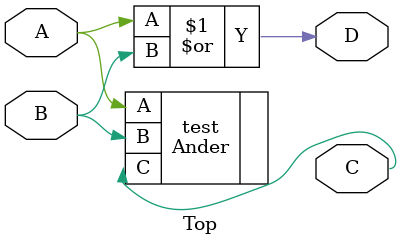
<source format=sv>
module Top (
    input A,
    input B,
    output var C,
    output var D
);
    Ander test (
        .A(A),
        .B(B),
        .C(C)
    );

    assign D = A | B;

endmodule
</source>
